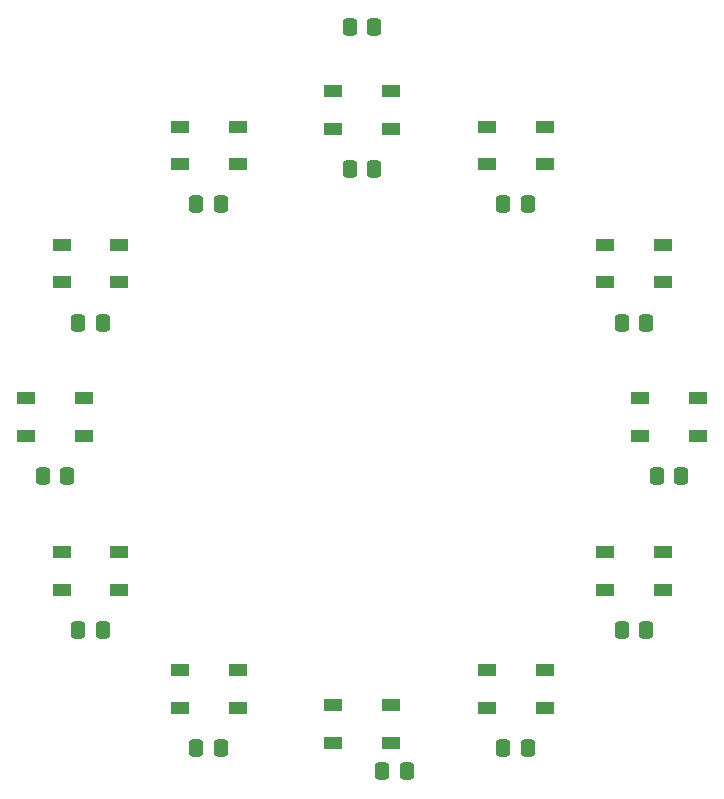
<source format=gbp>
G04 #@! TF.GenerationSoftware,KiCad,Pcbnew,(6.0.5)*
G04 #@! TF.CreationDate,2022-09-29T16:52:03+02:00*
G04 #@! TF.ProjectId,target,74617267-6574-42e6-9b69-6361645f7063,rev?*
G04 #@! TF.SameCoordinates,Original*
G04 #@! TF.FileFunction,Paste,Bot*
G04 #@! TF.FilePolarity,Positive*
%FSLAX46Y46*%
G04 Gerber Fmt 4.6, Leading zero omitted, Abs format (unit mm)*
G04 Created by KiCad (PCBNEW (6.0.5)) date 2022-09-29 16:52:03*
%MOMM*%
%LPD*%
G01*
G04 APERTURE LIST*
G04 Aperture macros list*
%AMRoundRect*
0 Rectangle with rounded corners*
0 $1 Rounding radius*
0 $2 $3 $4 $5 $6 $7 $8 $9 X,Y pos of 4 corners*
0 Add a 4 corners polygon primitive as box body*
4,1,4,$2,$3,$4,$5,$6,$7,$8,$9,$2,$3,0*
0 Add four circle primitives for the rounded corners*
1,1,$1+$1,$2,$3*
1,1,$1+$1,$4,$5*
1,1,$1+$1,$6,$7*
1,1,$1+$1,$8,$9*
0 Add four rect primitives between the rounded corners*
20,1,$1+$1,$2,$3,$4,$5,0*
20,1,$1+$1,$4,$5,$6,$7,0*
20,1,$1+$1,$6,$7,$8,$9,0*
20,1,$1+$1,$8,$9,$2,$3,0*%
G04 Aperture macros list end*
%ADD10RoundRect,0.250000X-0.337500X-0.475000X0.337500X-0.475000X0.337500X0.475000X-0.337500X0.475000X0*%
%ADD11R,1.500000X1.000000*%
G04 APERTURE END LIST*
D10*
X197962500Y-108000000D03*
X200037500Y-108000000D03*
D11*
X193550000Y-91600000D03*
X193550000Y-88400000D03*
X198450000Y-88400000D03*
X198450000Y-91600000D03*
D10*
X207962500Y-118000000D03*
X210037500Y-118000000D03*
X243962500Y-82000000D03*
X246037500Y-82000000D03*
D11*
X219550000Y-65600000D03*
X219550000Y-62400000D03*
X224450000Y-62400000D03*
X224450000Y-65600000D03*
D10*
X220962500Y-57000000D03*
X223037500Y-57000000D03*
D11*
X196550000Y-78600000D03*
X196550000Y-75400000D03*
X201450000Y-75400000D03*
X201450000Y-78600000D03*
X242550000Y-104600000D03*
X242550000Y-101400000D03*
X247450000Y-101400000D03*
X247450000Y-104600000D03*
D10*
X223712500Y-120000000D03*
X225787500Y-120000000D03*
D11*
X245550000Y-91600000D03*
X245550000Y-88400000D03*
X250450000Y-88400000D03*
X250450000Y-91600000D03*
X232550000Y-114600000D03*
X232550000Y-111400000D03*
X237450000Y-111400000D03*
X237450000Y-114600000D03*
X206550000Y-114600000D03*
X206550000Y-111400000D03*
X211450000Y-111400000D03*
X211450000Y-114600000D03*
D10*
X207962500Y-72000000D03*
X210037500Y-72000000D03*
X233962500Y-72000000D03*
X236037500Y-72000000D03*
X197962500Y-82000000D03*
X200037500Y-82000000D03*
X194962500Y-95000000D03*
X197037500Y-95000000D03*
X233962500Y-118000000D03*
X236037500Y-118000000D03*
X246962500Y-95000000D03*
X249037500Y-95000000D03*
D11*
X206550000Y-68600000D03*
X206550000Y-65400000D03*
X211450000Y-65400000D03*
X211450000Y-68600000D03*
X242550000Y-78600000D03*
X242550000Y-75400000D03*
X247450000Y-75400000D03*
X247450000Y-78600000D03*
X219550000Y-117600000D03*
X219550000Y-114400000D03*
X224450000Y-114400000D03*
X224450000Y-117600000D03*
D10*
X220962500Y-69000000D03*
X223037500Y-69000000D03*
X243962500Y-108000000D03*
X246037500Y-108000000D03*
D11*
X196550000Y-104600000D03*
X196550000Y-101400000D03*
X201450000Y-101400000D03*
X201450000Y-104600000D03*
X232550000Y-68600000D03*
X232550000Y-65400000D03*
X237450000Y-65400000D03*
X237450000Y-68600000D03*
M02*

</source>
